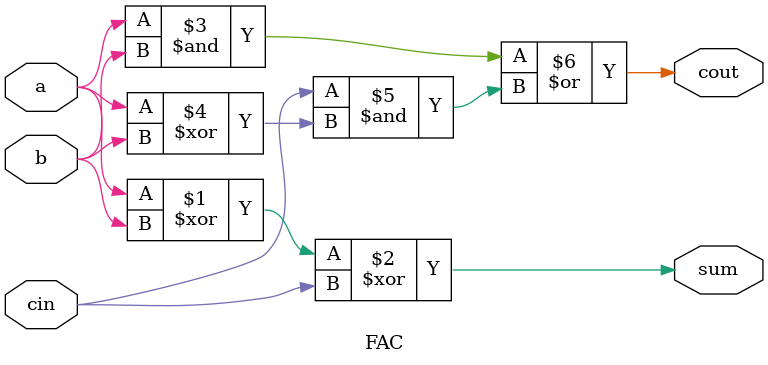
<source format=v>
module FAC(
   input a, b, cin,
   output cout, sum 
);

   assign sum = a ^ b ^ cin;
   assign cout = (a & b) | (cin & (a ^ b));

endmodule
</source>
